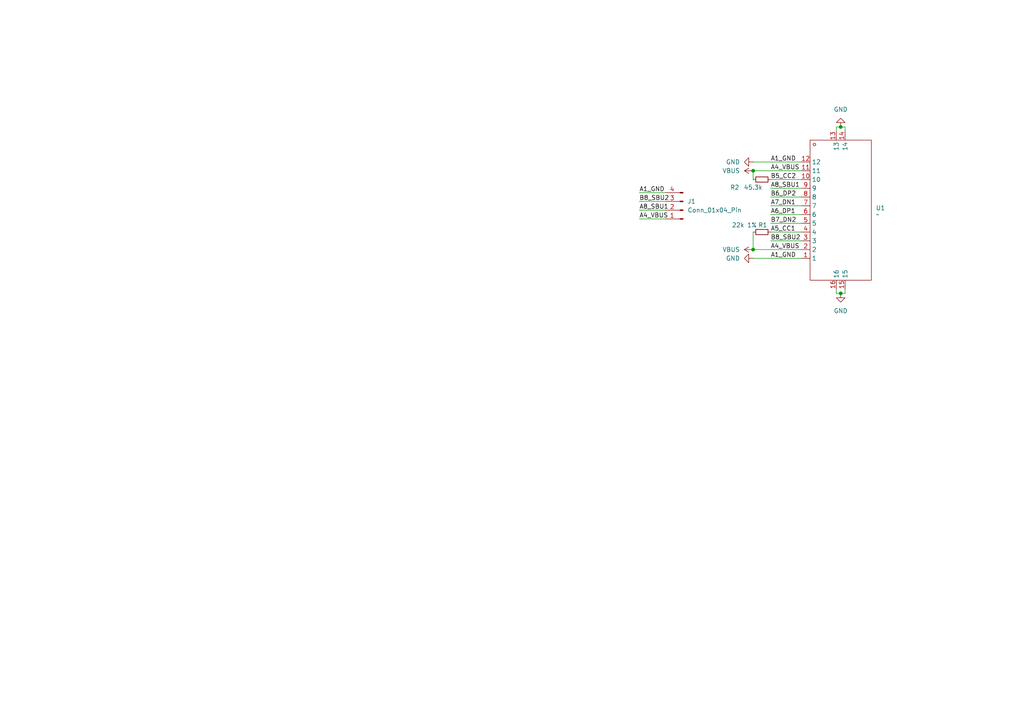
<source format=kicad_sch>
(kicad_sch (version 20231120) (generator "eeschema") (generator_version "8.0")
  (paper "A4")
  (lib_symbols
    (symbol "Connector:Conn_01x04_Pin" (pin_names (offset 1.016) hide)
      (property "Reference" "J" (at 0 5.08 0))
      (property "Value" "Conn_01x04_Pin" (at 0 -7.62 0))
      (symbol "Conn_01x04_Pin_1_1"
        (polyline (pts (xy 1.27 -5.08) (xy 0.8636 -5.08)) (stroke (width 0.1524)))
        (polyline (pts (xy 1.27 -2.54) (xy 0.8636 -2.54)) (stroke (width 0.1524)))
        (polyline (pts (xy 1.27 0) (xy 0.8636 0)) (stroke (width 0.1524)))
        (polyline (pts (xy 1.27 2.54) (xy 0.8636 2.54)) (stroke (width 0.1524)))
        (rectangle (start 0.8636 -4.953) (end 0 -5.207) (stroke (width 0.1524)) (fill (type outline)))
        (rectangle (start 0.8636 -2.413) (end 0 -2.667) (stroke (width 0.1524)) (fill (type outline)))
        (rectangle (start 0.8636 0.127) (end 0 -0.127) (stroke (width 0.1524)) (fill (type outline)))
        (rectangle (start 0.8636 2.667) (end 0 2.413) (stroke (width 0.1524)) (fill (type outline)))
        (pin passive line (at 5.08 2.54 180) (length 3.81) (name "Pin_1") (number "1"))
        (pin passive line (at 5.08 0 180) (length 3.81) (name "Pin_2") (number "2"))
        (pin passive line (at 5.08 -2.54 180) (length 3.81) (name "Pin_3") (number "3"))
        (pin passive line (at 5.08 -5.08 180) (length 3.81) (name "Pin_4") (number "4"))
      )
    )
    (symbol "Device:R_Small" (pin_numbers hide) (pin_names (offset 0.254) hide)
      (property "Reference" "R" (at 0.762 0.508 0))
      (property "Value" "R_Small" (at 0.762 -1.016 0))
      (symbol "R_Small_0_1"
        (rectangle (start -0.762 1.778) (end 0.762 -1.778) (stroke (width 0.2032)))
      )
      (symbol "R_Small_1_1"
        (pin passive line (at 0 2.54 270) (length 0.762) (name "~") (number "1"))
        (pin passive line (at 0 -2.54 90) (length 0.762) (name "~") (number "2"))
      )
    )
    (symbol "U262-161N-4BS165:U262-161N-4BS165"
      (property "Reference" "U" (at 0 0 0))
      (symbol "U262-161N-4BS165_1_0"
        (rectangle (start -20.32 -10.16) (end 20.32 7.62))
        (circle (center 19.05 6.35) (radius 0.381))
        (pin input line (at -13.97 10.16 270) (length 2.54) (name "1") (number "1"))
        (pin input line (at 8.89 10.16 270) (length 2.54) (name "10") (number "10"))
        (pin input line (at 11.43 10.16 270) (length 2.54) (name "11") (number "11"))
        (pin input line (at 13.97 10.16 270) (length 2.54) (name "12") (number "12"))
        (pin input line (at 22.86 0 180) (length 2.54) (name "13") (number "13"))
        (pin input line (at 22.86 -2.54 180) (length 2.54) (name "14") (number "14"))
        (pin input line (at -22.86 -2.54 0) (length 2.54) (name "15") (number "15"))
        (pin input line (at -22.86 0 0) (length 2.54) (name "16") (number "16"))
        (pin input line (at -11.43 10.16 270) (length 2.54) (name "2") (number "2"))
        (pin input line (at -8.89 10.16 270) (length 2.54) (name "3") (number "3"))
        (pin input line (at -6.35 10.16 270) (length 2.54) (name "4") (number "4"))
        (pin input line (at -3.81 10.16 270) (length 2.54) (name "5") (number "5"))
        (pin input line (at -1.27 10.16 270) (length 2.54) (name "6") (number "6"))
        (pin input line (at 1.27 10.16 270) (length 2.54) (name "7") (number "7"))
        (pin input line (at 3.81 10.16 270) (length 2.54) (name "8") (number "8"))
        (pin input line (at 6.35 10.16 270) (length 2.54) (name "9") (number "9"))
      )
    )
    (symbol "power:GND" (power) (pin_numbers hide) (pin_names (offset 0) hide)
      (property "Value" "GND" (at 0 -3.81 0))
      (symbol "GND_0_1"
        (polyline (pts (xy 0 0) (xy 0 -1.27) (xy 1.27 -1.27) (xy 0 -2.54) (xy -1.27 -1.27) (xy 0 -1.27)))
      )
      (symbol "GND_1_1"
        (pin power_in line (at 0 0 270) (length 0) (name "~") (number "1"))
      )
    )
    (symbol "power:VBUS" (power) (pin_numbers hide) (pin_names (offset 0) hide)
      (property "Value" "VBUS" (at 0 3.556 0))
      (symbol "VBUS_0_1"
        (polyline (pts (xy -0.762 1.27) (xy 0 2.54)))
        (polyline (pts (xy 0 0) (xy 0 2.54)))
        (polyline (pts (xy 0 2.54) (xy 0.762 1.27)))
      )
      (symbol "VBUS_1_1"
        (pin power_in line (at 0 0 90) (length 0) (name "~") (number "1"))
      )
    )
  )
  (junction (at 218.44 72.39))
  (junction (at 243.84 36.83))
  (junction (at 243.84 85.09))
  (junction (at 218.44 49.53))
  (wire (pts (xy 223.52 57.15) (xy 232.41 57.15)))
  (wire (pts (xy 223.52 69.85) (xy 232.41 69.85)))
  (wire (pts (xy 223.52 64.77) (xy 232.41 64.77)))
  (wire (pts (xy 223.52 54.61) (xy 232.41 54.61)))
  (wire (pts (xy 242.57 38.1) (xy 242.57 36.83)))
  (wire (pts (xy 218.44 72.39) (xy 232.41 72.39)))
  (wire (pts (xy 218.44 74.93) (xy 232.41 74.93)))
  (wire (pts (xy 245.11 85.09) (xy 245.11 83.82)))
  (wire (pts (xy 245.11 36.83) (xy 245.11 38.1)))
  (wire (pts (xy 223.52 62.23) (xy 232.41 62.23)))
  (wire (pts (xy 218.44 67.31) (xy 218.44 72.39)))
  (wire (pts (xy 242.57 85.09) (xy 243.84 85.09)))
  (wire (pts (xy 185.42 58.42) (xy 193.04 58.42)))
  (wire (pts (xy 218.44 49.53) (xy 232.41 49.53)))
  (wire (pts (xy 218.44 46.99) (xy 232.41 46.99)))
  (wire (pts (xy 223.52 52.07) (xy 232.41 52.07)))
  (wire (pts (xy 243.84 36.83) (xy 245.11 36.83)))
  (wire (pts (xy 185.42 60.96) (xy 193.04 60.96)))
  (wire (pts (xy 223.52 59.69) (xy 232.41 59.69)))
  (wire (pts (xy 243.84 85.09) (xy 245.11 85.09)))
  (wire (pts (xy 242.57 83.82) (xy 242.57 85.09)))
  (wire (pts (xy 242.57 36.83) (xy 243.84 36.83)))
  (wire (pts (xy 185.42 55.88) (xy 193.04 55.88)))
  (wire (pts (xy 185.42 63.5) (xy 193.04 63.5)))
  (wire (pts (xy 223.52 67.31) (xy 232.41 67.31)))
  (wire (pts (xy 218.44 49.53) (xy 218.44 52.07)))
  (label "B8_SBU2" (at 223.52 69.85 0))
  (label "B8_SBU2" (at 185.42 58.42 0))
  (label "A8_SBU1" (at 223.52 54.61 0))
  (label "A8_SBU1" (at 185.42 60.96 0))
  (label "A1_GND" (at 223.52 46.99 0))
  (label "A5_CC1" (at 223.52 67.31 0))
  (label "B6_DP2" (at 223.52 57.15 0))
  (label "A7_DN1" (at 223.52 59.69 0))
  (label "B5_CC2" (at 223.52 52.07 0))
  (label "A4_VBUS" (at 223.52 49.53 0))
  (label "A6_DP1" (at 223.52 62.23 0))
  (label "A1_GND" (at 223.52 74.93 0))
  (label "A4_VBUS" (at 185.42 63.5 0))
  (label "B7_DN2" (at 223.52 64.77 0))
  (label "A4_VBUS" (at 223.52 72.39 0))
  (label "A1_GND" (at 185.42 55.88 0))
  (symbol (lib_id "power:GND") (at 218.44 46.99 270) (unit 1)
    (property "Reference" "#PWR01" (effects (hide yes)))
    (property "Value" "GND" (at 214.63 46.9899 90) (effects (justify right)))
    (property "Description" "Power symbol creates a global label with name \"GND\" , ground" (effects (hide yes)))
  )
  (symbol (lib_id "power:VBUS") (at 218.44 49.53 90) (unit 1)
    (property "Reference" "#PWR05" (effects (hide yes)))
    (property "Value" "VBUS" (at 214.63 49.5299 90) (effects (justify left)))
    (property "Description" "Power symbol creates a global label with name \"VBUS\"" (effects (hide yes)))
  )
  (symbol (lib_id "Connector:Conn_01x04_Pin") (at 198.12 60.96 180) (unit 1)
    (property "Reference" "J1" (at 199.39 58.4199 0) (effects (justify right)))
    (property "Value" "Conn_01x04_Pin" (at 199.39 60.9599 0) (effects (justify right)))
    (property "Footprint" "Connector_PinHeader_2.54mm:PinHeader_1x04_P2.54mm_Vertical" (effects (hide yes)))
    (property "Description" "Generic connector, single row, 01x04, script generated" (effects (hide yes)))
  )
  (symbol (lib_id "power:VBUS") (at 218.44 72.39 90) (unit 1)
    (property "Reference" "#PWR06" (effects (hide yes)))
    (property "Value" "VBUS" (at 214.63 72.3899 90) (effects (justify left)))
    (property "Description" "Power symbol creates a global label with name \"VBUS\"" (effects (hide yes)))
  )
  (symbol (lib_id "power:GND") (at 218.44 74.93 270) (unit 1)
    (property "Reference" "#PWR02" (effects (hide yes)))
    (property "Value" "GND" (at 214.63 74.9299 90) (effects (justify right)))
    (property "Description" "Power symbol creates a global label with name \"GND\" , ground" (effects (hide yes)))
  )
  (symbol (lib_id "Device:R_Small") (at 220.98 67.31 90) (unit 1)
    (property "Reference" "R1" (at 221.234 65.278 90))
    (property "Value" "22k 1%" (at 215.9 65.278 90))
    (property "Footprint" "Resistor_SMD:R_0402_1005Metric" (effects (hide yes)))
    (property "Description" "Resistor, small symbol" (effects (hide yes)))
  )
  (symbol (lib_id "Device:R_Small") (at 220.98 52.07 270) (unit 1)
    (property "Reference" "R2" (at 213.106 54.356 90))
    (property "Value" "45.3k" (at 218.44 54.356 90))
    (property "Footprint" "Resistor_SMD:R_0402_1005Metric" (effects (hide yes)))
    (property "Description" "Resistor, small symbol" (effects (hide yes)))
  )
  (symbol (lib_id "U262-161N-4BS165:U262-161N-4BS165") (at 242.57 60.96 90) (unit 1)
    (property "Reference" "U1" (at 254 60.3249 90) (effects (justify right)))
    (property "Value" "~" (at 254 62.23 90) (effects (justify right)))
    (property "Footprint" "U262-161N-4BS165:U262-161N-4BS165" (effects (hide yes)))
    (property "Datasheet" "https://atta.szlcsc.com/upload/public/pdf/source/20210813/02CA3F1C2B177043ECDEC82C6C5CD610.pdf" (effects (hide yes)))
    (property "Description" "Connector Type:Type-C Standard:USB 3.1 Gender:Female Number of Ports:1 Number of Contacts:16P Mounting Style:卧贴 Current Rating - Power (Max):5A Contact Material:高导铜 Contact Plating:Gold Operating Temperature Range:-40°C~+85°C Operating Temperature Range:-40" (effects (hide yes)))
    (property "Manufacturer Part" "U262-161N-4BS165" (effects (hide yes)))
    (property "Manufacturer" "XKB Connectivity(中国星坤)" (effects (hide yes)))
    (property "Supplier Part" "C2879826" (effects (hide yes)))
    (property "Supplier" "LCSC" (effects (hide yes)))
    (property "LCSC Part Name" "Type-C 母 卧贴" (effects (hide yes)))
  )
  (symbol (lib_id "power:GND") (at 243.84 85.09 0) (unit 1)
    (property "Reference" "#PWR03" (effects (hide yes)))
    (property "Value" "GND" (at 243.84 90.17 0))
    (property "Description" "Power symbol creates a global label with name \"GND\" , ground" (effects (hide yes)))
  )
  (symbol (lib_id "power:GND") (at 243.84 36.83 180) (unit 1)
    (property "Reference" "#PWR04" (effects (hide yes)))
    (property "Value" "GND" (at 243.84 31.75 0))
    (property "Description" "Power symbol creates a global label with name \"GND\" , ground" (effects (hide yes)))
  )
)
</source>
